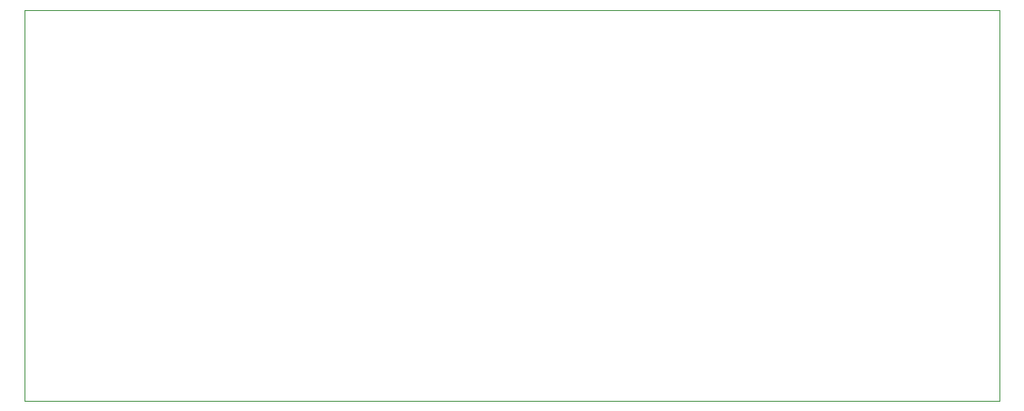
<source format=gbr>
%TF.GenerationSoftware,KiCad,Pcbnew,7.0.6*%
%TF.CreationDate,2024-04-30T21:14:55+02:00*%
%TF.ProjectId,heimdall_board,6865696d-6461-46c6-9c5f-626f6172642e,rev?*%
%TF.SameCoordinates,Original*%
%TF.FileFunction,Profile,NP*%
%FSLAX46Y46*%
G04 Gerber Fmt 4.6, Leading zero omitted, Abs format (unit mm)*
G04 Created by KiCad (PCBNEW 7.0.6) date 2024-04-30 21:14:55*
%MOMM*%
%LPD*%
G01*
G04 APERTURE LIST*
%TA.AperFunction,Profile*%
%ADD10C,0.100000*%
%TD*%
G04 APERTURE END LIST*
D10*
X98775000Y-84450000D02*
X196375000Y-84450000D01*
X196375000Y-123650000D01*
X98775000Y-123650000D01*
X98775000Y-84450000D01*
M02*

</source>
